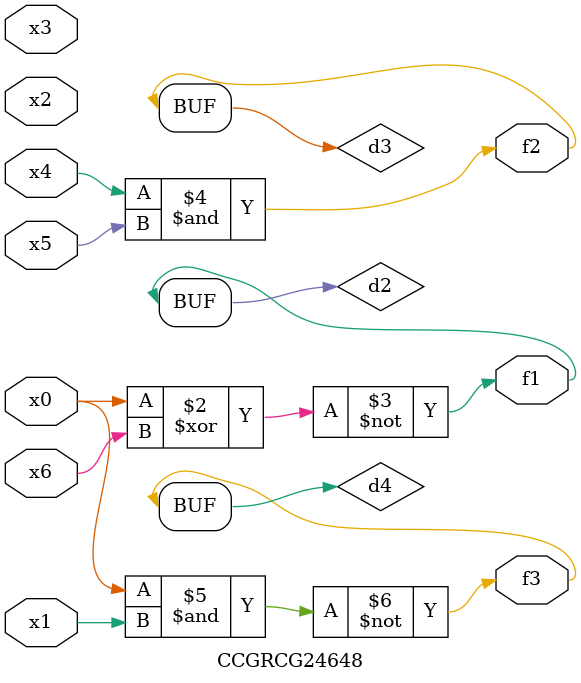
<source format=v>
module CCGRCG24648(
	input x0, x1, x2, x3, x4, x5, x6,
	output f1, f2, f3
);

	wire d1, d2, d3, d4;

	nor (d1, x0);
	xnor (d2, x0, x6);
	and (d3, x4, x5);
	nand (d4, x0, x1);
	assign f1 = d2;
	assign f2 = d3;
	assign f3 = d4;
endmodule

</source>
